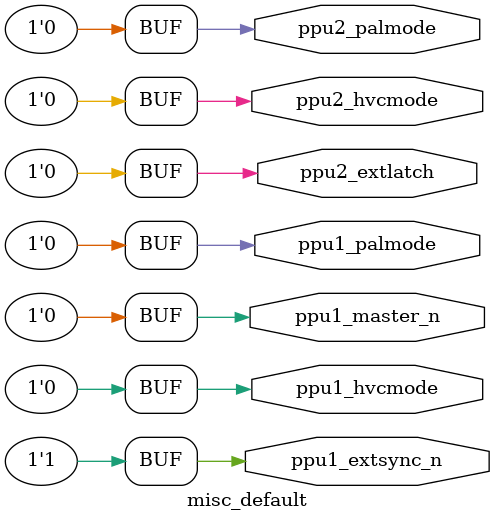
<source format=v>
`default_nettype none

module misc_default(
	output ppu1_extsync_n,
	output ppu1_hvcmode,
	output ppu1_master_n,
	output ppu1_palmode,
	output ppu2_extlatch,
	output ppu2_hvcmode,
	output ppu2_palmode);

assign ppu1_extsync_n = 1'b1;
assign ppu1_hvcmode = 1'b0;
assign ppu1_master_n = 1'b0;
assign ppu1_palmode = 1'b0;
assign ppu2_extlatch = 1'b0; // Note: Not sure if active-high
assign ppu2_hvcmode = 1'b0;
assign ppu2_palmode = 1'b0;

endmodule

</source>
